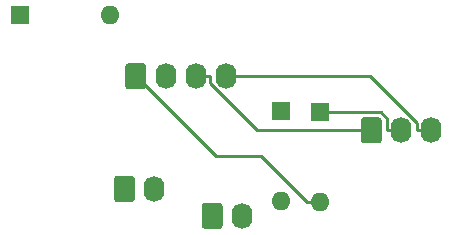
<source format=gbr>
G04 #@! TF.GenerationSoftware,KiCad,Pcbnew,(5.1.5-0-10_14)*
G04 #@! TF.CreationDate,2021-03-15T05:52:54+10:00*
G04 #@! TF.ProjectId,OH - Left Console - 12 - Mission Computer and Hydraulic Isolate Panel,4f48202d-204c-4656-9674-20436f6e736f,rev?*
G04 #@! TF.SameCoordinates,Original*
G04 #@! TF.FileFunction,Copper,L1,Top*
G04 #@! TF.FilePolarity,Positive*
%FSLAX46Y46*%
G04 Gerber Fmt 4.6, Leading zero omitted, Abs format (unit mm)*
G04 Created by KiCad (PCBNEW (5.1.5-0-10_14)) date 2021-03-15 05:52:54*
%MOMM*%
%LPD*%
G04 APERTURE LIST*
%ADD10O,1.740000X2.200000*%
%ADD11C,0.100000*%
%ADD12O,1.600000X1.600000*%
%ADD13R,1.600000X1.600000*%
%ADD14C,0.250000*%
G04 APERTURE END LIST*
D10*
X138109000Y-99960000D03*
G04 #@! TA.AperFunction,ComponentPad*
D11*
G36*
X136213505Y-98861204D02*
G01*
X136237773Y-98864804D01*
X136261572Y-98870765D01*
X136284671Y-98879030D01*
X136306850Y-98889520D01*
X136327893Y-98902132D01*
X136347599Y-98916747D01*
X136365777Y-98933223D01*
X136382253Y-98951401D01*
X136396868Y-98971107D01*
X136409480Y-98992150D01*
X136419970Y-99014329D01*
X136428235Y-99037428D01*
X136434196Y-99061227D01*
X136437796Y-99085495D01*
X136439000Y-99109999D01*
X136439000Y-100810001D01*
X136437796Y-100834505D01*
X136434196Y-100858773D01*
X136428235Y-100882572D01*
X136419970Y-100905671D01*
X136409480Y-100927850D01*
X136396868Y-100948893D01*
X136382253Y-100968599D01*
X136365777Y-100986777D01*
X136347599Y-101003253D01*
X136327893Y-101017868D01*
X136306850Y-101030480D01*
X136284671Y-101040970D01*
X136261572Y-101049235D01*
X136237773Y-101055196D01*
X136213505Y-101058796D01*
X136189001Y-101060000D01*
X134948999Y-101060000D01*
X134924495Y-101058796D01*
X134900227Y-101055196D01*
X134876428Y-101049235D01*
X134853329Y-101040970D01*
X134831150Y-101030480D01*
X134810107Y-101017868D01*
X134790401Y-101003253D01*
X134772223Y-100986777D01*
X134755747Y-100968599D01*
X134741132Y-100948893D01*
X134728520Y-100927850D01*
X134718030Y-100905671D01*
X134709765Y-100882572D01*
X134703804Y-100858773D01*
X134700204Y-100834505D01*
X134699000Y-100810001D01*
X134699000Y-99109999D01*
X134700204Y-99085495D01*
X134703804Y-99061227D01*
X134709765Y-99037428D01*
X134718030Y-99014329D01*
X134728520Y-98992150D01*
X134741132Y-98971107D01*
X134755747Y-98951401D01*
X134772223Y-98933223D01*
X134790401Y-98916747D01*
X134810107Y-98902132D01*
X134831150Y-98889520D01*
X134853329Y-98879030D01*
X134876428Y-98870765D01*
X134900227Y-98864804D01*
X134924495Y-98861204D01*
X134948999Y-98860000D01*
X136189001Y-98860000D01*
X136213505Y-98861204D01*
G37*
G04 #@! TD.AperFunction*
D12*
X134366000Y-85217000D03*
D13*
X126746000Y-85217000D03*
D10*
X161544000Y-94996000D03*
X159004000Y-94996000D03*
G04 #@! TA.AperFunction,ComponentPad*
D11*
G36*
X157108505Y-93897204D02*
G01*
X157132773Y-93900804D01*
X157156572Y-93906765D01*
X157179671Y-93915030D01*
X157201850Y-93925520D01*
X157222893Y-93938132D01*
X157242599Y-93952747D01*
X157260777Y-93969223D01*
X157277253Y-93987401D01*
X157291868Y-94007107D01*
X157304480Y-94028150D01*
X157314970Y-94050329D01*
X157323235Y-94073428D01*
X157329196Y-94097227D01*
X157332796Y-94121495D01*
X157334000Y-94145999D01*
X157334000Y-95846001D01*
X157332796Y-95870505D01*
X157329196Y-95894773D01*
X157323235Y-95918572D01*
X157314970Y-95941671D01*
X157304480Y-95963850D01*
X157291868Y-95984893D01*
X157277253Y-96004599D01*
X157260777Y-96022777D01*
X157242599Y-96039253D01*
X157222893Y-96053868D01*
X157201850Y-96066480D01*
X157179671Y-96076970D01*
X157156572Y-96085235D01*
X157132773Y-96091196D01*
X157108505Y-96094796D01*
X157084001Y-96096000D01*
X155843999Y-96096000D01*
X155819495Y-96094796D01*
X155795227Y-96091196D01*
X155771428Y-96085235D01*
X155748329Y-96076970D01*
X155726150Y-96066480D01*
X155705107Y-96053868D01*
X155685401Y-96039253D01*
X155667223Y-96022777D01*
X155650747Y-96004599D01*
X155636132Y-95984893D01*
X155623520Y-95963850D01*
X155613030Y-95941671D01*
X155604765Y-95918572D01*
X155598804Y-95894773D01*
X155595204Y-95870505D01*
X155594000Y-95846001D01*
X155594000Y-94145999D01*
X155595204Y-94121495D01*
X155598804Y-94097227D01*
X155604765Y-94073428D01*
X155613030Y-94050329D01*
X155623520Y-94028150D01*
X155636132Y-94007107D01*
X155650747Y-93987401D01*
X155667223Y-93969223D01*
X155685401Y-93952747D01*
X155705107Y-93938132D01*
X155726150Y-93925520D01*
X155748329Y-93915030D01*
X155771428Y-93906765D01*
X155795227Y-93900804D01*
X155819495Y-93897204D01*
X155843999Y-93896000D01*
X157084001Y-93896000D01*
X157108505Y-93897204D01*
G37*
G04 #@! TD.AperFunction*
D10*
X145542000Y-102235000D03*
G04 #@! TA.AperFunction,ComponentPad*
D11*
G36*
X143646505Y-101136204D02*
G01*
X143670773Y-101139804D01*
X143694572Y-101145765D01*
X143717671Y-101154030D01*
X143739850Y-101164520D01*
X143760893Y-101177132D01*
X143780599Y-101191747D01*
X143798777Y-101208223D01*
X143815253Y-101226401D01*
X143829868Y-101246107D01*
X143842480Y-101267150D01*
X143852970Y-101289329D01*
X143861235Y-101312428D01*
X143867196Y-101336227D01*
X143870796Y-101360495D01*
X143872000Y-101384999D01*
X143872000Y-103085001D01*
X143870796Y-103109505D01*
X143867196Y-103133773D01*
X143861235Y-103157572D01*
X143852970Y-103180671D01*
X143842480Y-103202850D01*
X143829868Y-103223893D01*
X143815253Y-103243599D01*
X143798777Y-103261777D01*
X143780599Y-103278253D01*
X143760893Y-103292868D01*
X143739850Y-103305480D01*
X143717671Y-103315970D01*
X143694572Y-103324235D01*
X143670773Y-103330196D01*
X143646505Y-103333796D01*
X143622001Y-103335000D01*
X142381999Y-103335000D01*
X142357495Y-103333796D01*
X142333227Y-103330196D01*
X142309428Y-103324235D01*
X142286329Y-103315970D01*
X142264150Y-103305480D01*
X142243107Y-103292868D01*
X142223401Y-103278253D01*
X142205223Y-103261777D01*
X142188747Y-103243599D01*
X142174132Y-103223893D01*
X142161520Y-103202850D01*
X142151030Y-103180671D01*
X142142765Y-103157572D01*
X142136804Y-103133773D01*
X142133204Y-103109505D01*
X142132000Y-103085001D01*
X142132000Y-101384999D01*
X142133204Y-101360495D01*
X142136804Y-101336227D01*
X142142765Y-101312428D01*
X142151030Y-101289329D01*
X142161520Y-101267150D01*
X142174132Y-101246107D01*
X142188747Y-101226401D01*
X142205223Y-101208223D01*
X142223401Y-101191747D01*
X142243107Y-101177132D01*
X142264150Y-101164520D01*
X142286329Y-101154030D01*
X142309428Y-101145765D01*
X142333227Y-101139804D01*
X142357495Y-101136204D01*
X142381999Y-101135000D01*
X143622001Y-101135000D01*
X143646505Y-101136204D01*
G37*
G04 #@! TD.AperFunction*
D10*
X144145000Y-90424000D03*
X141605000Y-90424000D03*
X139065000Y-90424000D03*
G04 #@! TA.AperFunction,ComponentPad*
D11*
G36*
X137169505Y-89325204D02*
G01*
X137193773Y-89328804D01*
X137217572Y-89334765D01*
X137240671Y-89343030D01*
X137262850Y-89353520D01*
X137283893Y-89366132D01*
X137303599Y-89380747D01*
X137321777Y-89397223D01*
X137338253Y-89415401D01*
X137352868Y-89435107D01*
X137365480Y-89456150D01*
X137375970Y-89478329D01*
X137384235Y-89501428D01*
X137390196Y-89525227D01*
X137393796Y-89549495D01*
X137395000Y-89573999D01*
X137395000Y-91274001D01*
X137393796Y-91298505D01*
X137390196Y-91322773D01*
X137384235Y-91346572D01*
X137375970Y-91369671D01*
X137365480Y-91391850D01*
X137352868Y-91412893D01*
X137338253Y-91432599D01*
X137321777Y-91450777D01*
X137303599Y-91467253D01*
X137283893Y-91481868D01*
X137262850Y-91494480D01*
X137240671Y-91504970D01*
X137217572Y-91513235D01*
X137193773Y-91519196D01*
X137169505Y-91522796D01*
X137145001Y-91524000D01*
X135904999Y-91524000D01*
X135880495Y-91522796D01*
X135856227Y-91519196D01*
X135832428Y-91513235D01*
X135809329Y-91504970D01*
X135787150Y-91494480D01*
X135766107Y-91481868D01*
X135746401Y-91467253D01*
X135728223Y-91450777D01*
X135711747Y-91432599D01*
X135697132Y-91412893D01*
X135684520Y-91391850D01*
X135674030Y-91369671D01*
X135665765Y-91346572D01*
X135659804Y-91322773D01*
X135656204Y-91298505D01*
X135655000Y-91274001D01*
X135655000Y-89573999D01*
X135656204Y-89549495D01*
X135659804Y-89525227D01*
X135665765Y-89501428D01*
X135674030Y-89478329D01*
X135684520Y-89456150D01*
X135697132Y-89435107D01*
X135711747Y-89415401D01*
X135728223Y-89397223D01*
X135746401Y-89380747D01*
X135766107Y-89366132D01*
X135787150Y-89353520D01*
X135809329Y-89343030D01*
X135832428Y-89334765D01*
X135856227Y-89328804D01*
X135880495Y-89325204D01*
X135904999Y-89324000D01*
X137145001Y-89324000D01*
X137169505Y-89325204D01*
G37*
G04 #@! TD.AperFunction*
D12*
X148844000Y-100965000D03*
D13*
X148844000Y-93345000D03*
D12*
X152146000Y-101092000D03*
D13*
X152146000Y-93472000D03*
D14*
X152146000Y-101092000D02*
X151020700Y-101092000D01*
X151020700Y-101092000D02*
X147117700Y-97189000D01*
X147117700Y-97189000D02*
X143290000Y-97189000D01*
X143290000Y-97189000D02*
X136525000Y-90424000D01*
X159004000Y-94996000D02*
X157808700Y-94996000D01*
X157808700Y-94996000D02*
X157808700Y-94024800D01*
X157808700Y-94024800D02*
X157255900Y-93472000D01*
X157255900Y-93472000D02*
X152146000Y-93472000D01*
X161544000Y-94996000D02*
X160348700Y-94996000D01*
X160348700Y-94996000D02*
X160348700Y-94398400D01*
X160348700Y-94398400D02*
X156374300Y-90424000D01*
X156374300Y-90424000D02*
X144145000Y-90424000D01*
X141605000Y-90424000D02*
X142800300Y-90424000D01*
X142800300Y-90424000D02*
X142800300Y-91021600D01*
X142800300Y-91021600D02*
X146774700Y-94996000D01*
X146774700Y-94996000D02*
X156464000Y-94996000D01*
M02*

</source>
